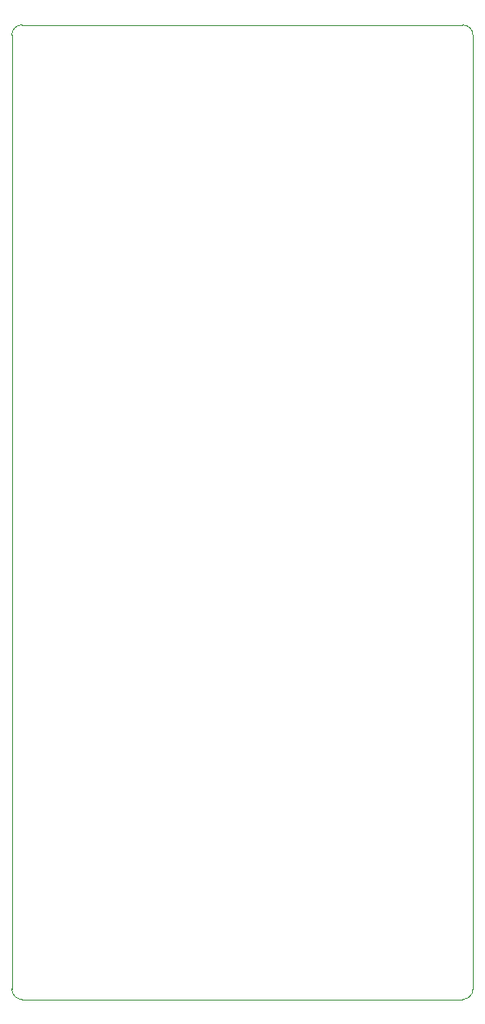
<source format=gbr>
G04 #@! TF.GenerationSoftware,KiCad,Pcbnew,(5.1.5)-3*
G04 #@! TF.CreationDate,2020-02-27T01:05:18-05:00*
G04 #@! TF.ProjectId,power_supply,706f7765-725f-4737-9570-706c792e6b69,rev?*
G04 #@! TF.SameCoordinates,Original*
G04 #@! TF.FileFunction,Profile,NP*
%FSLAX46Y46*%
G04 Gerber Fmt 4.6, Leading zero omitted, Abs format (unit mm)*
G04 Created by KiCad (PCBNEW (5.1.5)-3) date 2020-02-27 01:05:18*
%MOMM*%
%LPD*%
G04 APERTURE LIST*
%ADD10C,0.050000*%
G04 APERTURE END LIST*
D10*
X1000000Y5000000D02*
X44000000Y5000000D01*
X0Y99000000D02*
X0Y6000000D01*
X45000000Y6000000D02*
X45000000Y99000000D01*
X44000000Y100000000D02*
X1000000Y100000000D01*
X0Y99000000D02*
G75*
G02X1000000Y100000000I1000000J0D01*
G01*
X44000000Y100000000D02*
G75*
G02X45000000Y99000000I0J-1000000D01*
G01*
X1000000Y5000000D02*
G75*
G02X0Y6000000I0J1000000D01*
G01*
X45000000Y6000000D02*
G75*
G02X44000000Y5000000I-1000000J0D01*
G01*
M02*

</source>
